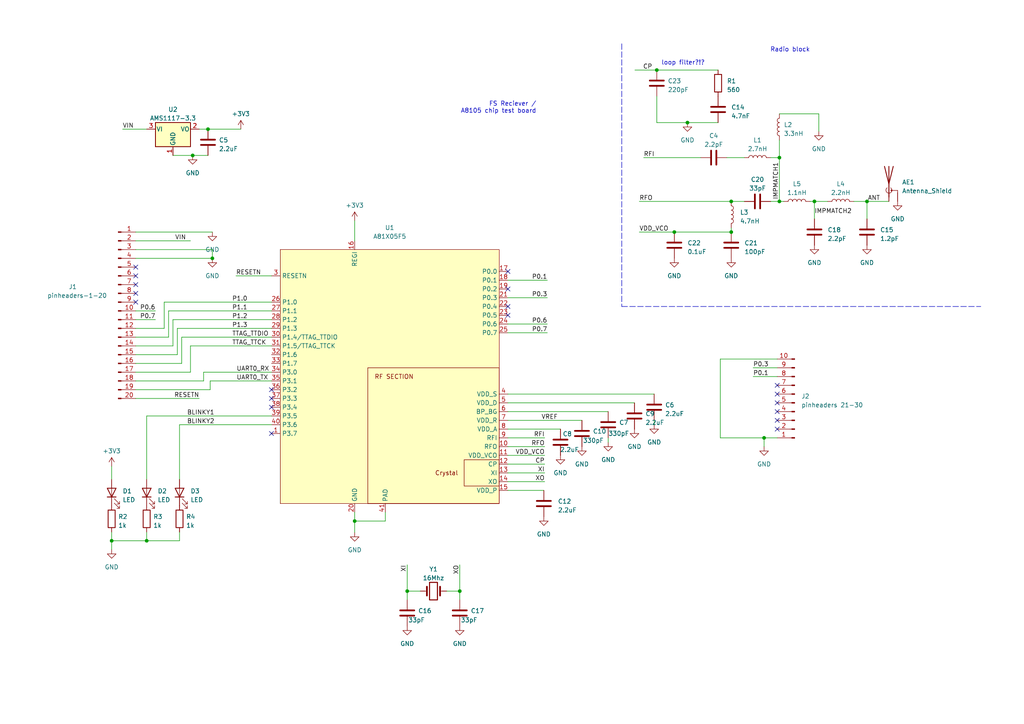
<source format=kicad_sch>
(kicad_sch (version 20210406) (generator eeschema)
  (paper "A4")
  (lib_symbols
    (symbol "Connector:Conn_01x10_Male" (pin_names (offset 1.016) hide)
      (property "Reference" "J" (at 0 12.7 0))
      (property "Value" "Conn_01x10_Male" (at 0 -15.24 0))
      (symbol "Conn_01x10_Male_1_1"
        (rectangle (start 0.8636 -12.573) (end 0 -12.827) (stroke (width 0.1524)) (fill (type outline)))
        (rectangle (start 0.8636 -10.033) (end 0 -10.287) (stroke (width 0.1524)) (fill (type outline)))
        (rectangle (start 0.8636 -7.493) (end 0 -7.747) (stroke (width 0.1524)) (fill (type outline)))
        (rectangle (start 0.8636 -4.953) (end 0 -5.207) (stroke (width 0.1524)) (fill (type outline)))
        (rectangle (start 0.8636 -2.413) (end 0 -2.667) (stroke (width 0.1524)) (fill (type outline)))
        (rectangle (start 0.8636 0.127) (end 0 -0.127) (stroke (width 0.1524)) (fill (type outline)))
        (rectangle (start 0.8636 2.667) (end 0 2.413) (stroke (width 0.1524)) (fill (type outline)))
        (rectangle (start 0.8636 5.207) (end 0 4.953) (stroke (width 0.1524)) (fill (type outline)))
        (rectangle (start 0.8636 7.747) (end 0 7.493) (stroke (width 0.1524)) (fill (type outline)))
        (rectangle (start 0.8636 10.287) (end 0 10.033) (stroke (width 0.1524)) (fill (type outline)))
        (polyline (pts (xy 1.27 -12.7) (xy 0.8636 -12.7)) (stroke (width 0.1524)))
        (polyline (pts (xy 1.27 -10.16) (xy 0.8636 -10.16)) (stroke (width 0.1524)))
        (polyline (pts (xy 1.27 -7.62) (xy 0.8636 -7.62)) (stroke (width 0.1524)))
        (polyline (pts (xy 1.27 -5.08) (xy 0.8636 -5.08)) (stroke (width 0.1524)))
        (polyline (pts (xy 1.27 -2.54) (xy 0.8636 -2.54)) (stroke (width 0.1524)))
        (polyline (pts (xy 1.27 0) (xy 0.8636 0)) (stroke (width 0.1524)))
        (polyline (pts (xy 1.27 2.54) (xy 0.8636 2.54)) (stroke (width 0.1524)))
        (polyline (pts (xy 1.27 5.08) (xy 0.8636 5.08)) (stroke (width 0.1524)))
        (polyline (pts (xy 1.27 7.62) (xy 0.8636 7.62)) (stroke (width 0.1524)))
        (polyline (pts (xy 1.27 10.16) (xy 0.8636 10.16)) (stroke (width 0.1524)))
        (pin passive line (at 5.08 10.16 180) (length 3.81) (name "Pin_1") (number "1"))
        (pin passive line (at 5.08 -12.7 180) (length 3.81) (name "Pin_10") (number "10"))
        (pin passive line (at 5.08 7.62 180) (length 3.81) (name "Pin_2") (number "2"))
        (pin passive line (at 5.08 5.08 180) (length 3.81) (name "Pin_3") (number "3"))
        (pin passive line (at 5.08 2.54 180) (length 3.81) (name "Pin_4") (number "4"))
        (pin passive line (at 5.08 0 180) (length 3.81) (name "Pin_5") (number "5"))
        (pin passive line (at 5.08 -2.54 180) (length 3.81) (name "Pin_6") (number "6"))
        (pin passive line (at 5.08 -5.08 180) (length 3.81) (name "Pin_7") (number "7"))
        (pin passive line (at 5.08 -7.62 180) (length 3.81) (name "Pin_8") (number "8"))
        (pin passive line (at 5.08 -10.16 180) (length 3.81) (name "Pin_9") (number "9"))
      )
    )
    (symbol "Connector:Conn_01x20_Male" (pin_names (offset 1.016) hide)
      (property "Reference" "J" (at 0 25.4 0))
      (property "Value" "Conn_01x20_Male" (at 0 -27.94 0))
      (symbol "Conn_01x20_Male_1_1"
        (rectangle (start 0.8636 -25.273) (end 0 -25.527) (stroke (width 0.1524)) (fill (type outline)))
        (rectangle (start 0.8636 -22.733) (end 0 -22.987) (stroke (width 0.1524)) (fill (type outline)))
        (rectangle (start 0.8636 -20.193) (end 0 -20.447) (stroke (width 0.1524)) (fill (type outline)))
        (rectangle (start 0.8636 -17.653) (end 0 -17.907) (stroke (width 0.1524)) (fill (type outline)))
        (rectangle (start 0.8636 -15.113) (end 0 -15.367) (stroke (width 0.1524)) (fill (type outline)))
        (rectangle (start 0.8636 -12.573) (end 0 -12.827) (stroke (width 0.1524)) (fill (type outline)))
        (rectangle (start 0.8636 -10.033) (end 0 -10.287) (stroke (width 0.1524)) (fill (type outline)))
        (rectangle (start 0.8636 -7.493) (end 0 -7.747) (stroke (width 0.1524)) (fill (type outline)))
        (rectangle (start 0.8636 -4.953) (end 0 -5.207) (stroke (width 0.1524)) (fill (type outline)))
        (rectangle (start 0.8636 -2.413) (end 0 -2.667) (stroke (width 0.1524)) (fill (type outline)))
        (rectangle (start 0.8636 0.127) (end 0 -0.127) (stroke (width 0.1524)) (fill (type outline)))
        (rectangle (start 0.8636 2.667) (end 0 2.413) (stroke (width 0.1524)) (fill (type outline)))
        (rectangle (start 0.8636 5.207) (end 0 4.953) (stroke (width 0.1524)) (fill (type outline)))
        (rectangle (start 0.8636 7.747) (end 0 7.493) (stroke (width 0.1524)) (fill (type outline)))
        (rectangle (start 0.8636 10.287) (end 0 10.033) (stroke (width 0.1524)) (fill (type outline)))
        (rectangle (start 0.8636 12.827) (end 0 12.573) (stroke (width 0.1524)) (fill (type outline)))
        (rectangle (start 0.8636 15.367) (end 0 15.113) (stroke (width 0.1524)) (fill (type outline)))
        (rectangle (start 0.8636 17.907) (end 0 17.653) (stroke (width 0.1524)) (fill (type outline)))
        (rectangle (start 0.8636 20.447) (end 0 20.193) (stroke (width 0.1524)) (fill (type outline)))
        (rectangle (start 0.8636 22.987) (end 0 22.733) (stroke (width 0.1524)) (fill (type outline)))
        (polyline (pts (xy 1.27 -25.4) (xy 0.8636 -25.4)) (stroke (width 0.1524)))
        (polyline (pts (xy 1.27 -22.86) (xy 0.8636 -22.86)) (stroke (width 0.1524)))
        (polyline (pts (xy 1.27 -20.32) (xy 0.8636 -20.32)) (stroke (width 0.1524)))
        (polyline (pts (xy 1.27 -17.78) (xy 0.8636 -17.78)) (stroke (width 0.1524)))
        (polyline (pts (xy 1.27 -15.24) (xy 0.8636 -15.24)) (stroke (width 0.1524)))
        (polyline (pts (xy 1.27 -12.7) (xy 0.8636 -12.7)) (stroke (width 0.1524)))
        (polyline (pts (xy 1.27 -10.16) (xy 0.8636 -10.16)) (stroke (width 0.1524)))
        (polyline (pts (xy 1.27 -7.62) (xy 0.8636 -7.62)) (stroke (width 0.1524)))
        (polyline (pts (xy 1.27 -5.08) (xy 0.8636 -5.08)) (stroke (width 0.1524)))
        (polyline (pts (xy 1.27 -2.54) (xy 0.8636 -2.54)) (stroke (width 0.1524)))
        (polyline (pts (xy 1.27 0) (xy 0.8636 0)) (stroke (width 0.1524)))
        (polyline (pts (xy 1.27 2.54) (xy 0.8636 2.54)) (stroke (width 0.1524)))
        (polyline (pts (xy 1.27 5.08) (xy 0.8636 5.08)) (stroke (width 0.1524)))
        (polyline (pts (xy 1.27 7.62) (xy 0.8636 7.62)) (stroke (width 0.1524)))
        (polyline (pts (xy 1.27 10.16) (xy 0.8636 10.16)) (stroke (width 0.1524)))
        (polyline (pts (xy 1.27 12.7) (xy 0.8636 12.7)) (stroke (width 0.1524)))
        (polyline (pts (xy 1.27 15.24) (xy 0.8636 15.24)) (stroke (width 0.1524)))
        (polyline (pts (xy 1.27 17.78) (xy 0.8636 17.78)) (stroke (width 0.1524)))
        (polyline (pts (xy 1.27 20.32) (xy 0.8636 20.32)) (stroke (width 0.1524)))
        (polyline (pts (xy 1.27 22.86) (xy 0.8636 22.86)) (stroke (width 0.1524)))
        (pin passive line (at 5.08 22.86 180) (length 3.81) (name "Pin_1") (number "1"))
        (pin passive line (at 5.08 0 180) (length 3.81) (name "Pin_10") (number "10"))
        (pin passive line (at 5.08 -2.54 180) (length 3.81) (name "Pin_11") (number "11"))
        (pin passive line (at 5.08 -5.08 180) (length 3.81) (name "Pin_12") (number "12"))
        (pin passive line (at 5.08 -7.62 180) (length 3.81) (name "Pin_13") (number "13"))
        (pin passive line (at 5.08 -10.16 180) (length 3.81) (name "Pin_14") (number "14"))
        (pin passive line (at 5.08 -12.7 180) (length 3.81) (name "Pin_15") (number "15"))
        (pin passive line (at 5.08 -15.24 180) (length 3.81) (name "Pin_16") (number "16"))
        (pin passive line (at 5.08 -17.78 180) (length 3.81) (name "Pin_17") (number "17"))
        (pin passive line (at 5.08 -20.32 180) (length 3.81) (name "Pin_18") (number "18"))
        (pin passive line (at 5.08 -22.86 180) (length 3.81) (name "Pin_19") (number "19"))
        (pin passive line (at 5.08 20.32 180) (length 3.81) (name "Pin_2") (number "2"))
        (pin passive line (at 5.08 -25.4 180) (length 3.81) (name "Pin_20") (number "20"))
        (pin passive line (at 5.08 17.78 180) (length 3.81) (name "Pin_3") (number "3"))
        (pin passive line (at 5.08 15.24 180) (length 3.81) (name "Pin_4") (number "4"))
        (pin passive line (at 5.08 12.7 180) (length 3.81) (name "Pin_5") (number "5"))
        (pin passive line (at 5.08 10.16 180) (length 3.81) (name "Pin_6") (number "6"))
        (pin passive line (at 5.08 7.62 180) (length 3.81) (name "Pin_7") (number "7"))
        (pin passive line (at 5.08 5.08 180) (length 3.81) (name "Pin_8") (number "8"))
        (pin passive line (at 5.08 2.54 180) (length 3.81) (name "Pin_9") (number "9"))
      )
    )
    (symbol "Device:Antenna_Shield" (pin_numbers hide) (pin_names (offset 1.016) hide)
      (property "Reference" "AE" (at -1.905 4.445 0))
      (property "Value" "Antenna_Shield" (at -1.905 2.54 0))
      (symbol "Antenna_Shield_0_1"
        (arc (start 0 -2.667) (end -0.508 -1.143) (radius (at -0.0254 -1.8542) (length 0.8128) (angles -88.2 124.2)))
        (arc (start 0 -2.667) (end 0.508 -1.143) (radius (at 0.0254 -1.8542) (length 0.8128) (angles -91.8 55.8)))
        (circle (center 0.762 -1.905) (radius 0.1778) (fill (type outline)))
        (polyline (pts (xy 0 -2.54) (xy 0 0)))
        (polyline (pts (xy 0 5.08) (xy 0 -3.81)) (stroke (width 0.254)))
        (polyline (pts (xy 0.762 -1.905) (xy 2.54 -1.905)))
        (polyline (pts (xy 2.54 -2.54) (xy 2.54 -1.905)))
        (polyline (pts (xy 1.27 5.08) (xy 0 0) (xy -1.27 5.08)) (stroke (width 0.254)))
      )
      (symbol "Antenna_Shield_1_1"
        (pin input line (at 0 -5.08 90) (length 2.54) (name "A") (number "1"))
        (pin input line (at 2.54 -5.08 90) (length 2.54) (name "Shield") (number "2"))
      )
    )
    (symbol "Device:C" (pin_numbers hide) (pin_names (offset 0.254))
      (property "Reference" "C" (at 0.635 2.54 0))
      (property "Value" "C" (at 0.635 -2.54 0))
      (symbol "C_0_1"
        (polyline (pts (xy -2.032 -0.762) (xy 2.032 -0.762)) (stroke (width 0.508)))
        (polyline (pts (xy -2.032 0.762) (xy 2.032 0.762)) (stroke (width 0.508)))
      )
      (symbol "C_1_1"
        (pin passive line (at 0 3.81 270) (length 2.794) (name "~") (number "1"))
        (pin passive line (at 0 -3.81 90) (length 2.794) (name "~") (number "2"))
      )
    )
    (symbol "Device:Crystal" (pin_numbers hide) (pin_names (offset 1.016) hide)
      (property "Reference" "Y" (at 0 3.81 0))
      (property "Value" "Crystal" (at 0 -3.81 0))
      (symbol "Crystal_0_1"
        (rectangle (start -1.143 2.54) (end 1.143 -2.54) (stroke (width 0.3048)))
        (polyline (pts (xy -2.54 0) (xy -1.905 0)))
        (polyline (pts (xy -1.905 -1.27) (xy -1.905 1.27)) (stroke (width 0.508)))
        (polyline (pts (xy 1.905 -1.27) (xy 1.905 1.27)) (stroke (width 0.508)))
        (polyline (pts (xy 2.54 0) (xy 1.905 0)))
      )
      (symbol "Crystal_1_1"
        (pin passive line (at -3.81 0 0) (length 1.27) (name "1") (number "1"))
        (pin passive line (at 3.81 0 180) (length 1.27) (name "2") (number "2"))
      )
    )
    (symbol "Device:L" (pin_numbers hide) (pin_names (offset 1.016) hide)
      (property "Reference" "L" (at -1.27 0 90))
      (property "Value" "L" (at 1.905 0 90))
      (symbol "L_0_1"
        (arc (start 0 -2.54) (end 0 -1.27) (radius (at 0 -1.905) (length 0.635) (angles -89.9 89.9)))
        (arc (start 0 -1.27) (end 0 0) (radius (at 0 -0.635) (length 0.635) (angles -89.9 89.9)))
        (arc (start 0 0) (end 0 1.27) (radius (at 0 0.635) (length 0.635) (angles -89.9 89.9)))
        (arc (start 0 1.27) (end 0 2.54) (radius (at 0 1.905) (length 0.635) (angles -89.9 89.9)))
      )
      (symbol "L_1_1"
        (pin passive line (at 0 3.81 270) (length 1.27) (name "1") (number "1"))
        (pin passive line (at 0 -3.81 90) (length 1.27) (name "2") (number "2"))
      )
    )
    (symbol "Device:LED" (pin_numbers hide) (pin_names (offset 1.016) hide)
      (property "Reference" "D" (at 0 2.54 0))
      (property "Value" "LED" (at 0 -2.54 0))
      (symbol "LED_0_1"
        (polyline (pts (xy -1.27 -1.27) (xy -1.27 1.27)) (stroke (width 0.254)))
        (polyline (pts (xy -1.27 0) (xy 1.27 0)))
        (polyline (pts (xy 1.27 -1.27) (xy 1.27 1.27) (xy -1.27 0) (xy 1.27 -1.27)) (stroke (width 0.254)))
        (polyline (pts (xy -3.048 -0.762) (xy -4.572 -2.286) (xy -3.81 -2.286) (xy -4.572 -2.286) (xy -4.572 -1.524)))
        (polyline (pts (xy -1.778 -0.762) (xy -3.302 -2.286) (xy -2.54 -2.286) (xy -3.302 -2.286) (xy -3.302 -1.524)))
      )
      (symbol "LED_1_1"
        (pin passive line (at -3.81 0 0) (length 2.54) (name "K") (number "1"))
        (pin passive line (at 3.81 0 180) (length 2.54) (name "A") (number "2"))
      )
    )
    (symbol "Device:R" (pin_numbers hide) (pin_names (offset 0))
      (property "Reference" "R" (at 2.032 0 90))
      (property "Value" "R" (at 0 0 90))
      (symbol "R_0_1"
        (rectangle (start -1.016 -2.54) (end 1.016 2.54) (stroke (width 0.254)))
      )
      (symbol "R_1_1"
        (pin passive line (at 0 3.81 270) (length 1.27) (name "~") (number "1"))
        (pin passive line (at 0 -3.81 90) (length 1.27) (name "~") (number "2"))
      )
    )
    (symbol "Regulator_Linear:AMS1117-3.3" (pin_names (offset 0.254))
      (property "Reference" "U" (at -3.81 3.175 0))
      (property "Value" "AMS1117-3.3" (at 0 3.175 0))
      (symbol "AMS1117-3.3_0_1"
        (rectangle (start -5.08 -5.08) (end 5.08 1.905) (stroke (width 0.254)) (fill (type background)))
      )
      (symbol "AMS1117-3.3_1_1"
        (pin power_in line (at 0 -7.62 90) (length 2.54) (name "GND") (number "1"))
        (pin power_out line (at 7.62 0 180) (length 2.54) (name "VO") (number "2"))
        (pin power_in line (at -7.62 0 0) (length 2.54) (name "VI") (number "3"))
      )
    )
    (symbol "fs_a8105:A81X05F5"
      (property "Reference" "U" (at 0 0 0))
      (property "Value" "A81X05F5" (at 0 2.54 0))
      (symbol "A81X05F5_0_0"
        (text "Crystal" (at 26.67 -30.48 0) (effects (font (size 1.27 1.27))))
        (text "RF SECTION" (at 11.43 -2.54 0) (effects (font (size 1.27 1.27))))
        (rectangle (start 3.81 0) (end 41.91 -39.37) (stroke (width 0.1524)))
        (rectangle (start 41.91 -26.67) (end 31.75 -34.29) (stroke (width 0.1524)))
        (pin output line (at 44.45 -22.86 180) (length 2.54) (name "RFO") (number "10"))
        (pin power_in line (at 44.45 -25.4 180) (length 2.54) (name "VDD_VCO") (number "11"))
        (pin passive line (at 44.45 -27.94 180) (length 2.54) (name "CP") (number "12"))
        (pin passive line (at 44.45 -30.48 180) (length 2.54) (name "XI") (number "13"))
        (pin passive line (at 44.45 -33.02 180) (length 2.54) (name "XO") (number "14"))
        (pin passive line (at 44.45 -35.56 180) (length 2.54) (name "VDD_P") (number "15"))
        (pin power_in line (at 0 36.83 270) (length 2.54) (name "REGI") (number "16"))
        (pin bidirectional line (at 44.45 27.94 180) (length 2.54) (name "P0.0") (number "17"))
        (pin bidirectional line (at 44.45 25.4 180) (length 2.54) (name "P0.1") (number "18"))
        (pin bidirectional line (at 44.45 22.86 180) (length 2.54) (name "P0.2") (number "19"))
        (pin power_in line (at 0 -41.91 90) (length 2.54) (name "GND") (number "20"))
        (pin bidirectional line (at 44.45 20.32 180) (length 2.54) (name "P0.3") (number "21"))
        (pin bidirectional line (at 44.45 17.78 180) (length 2.54) (name "P0.4") (number "22"))
        (pin bidirectional line (at 44.45 15.24 180) (length 2.54) (name "P0.5") (number "23"))
        (pin bidirectional line (at 44.45 12.7 180) (length 2.54) (name "P0.6") (number "24"))
        (pin bidirectional line (at 44.45 10.16 180) (length 2.54) (name "P0.7") (number "25"))
        (pin bidirectional line (at -24.13 19.05 0) (length 2.54) (name "P1.0") (number "26"))
        (pin bidirectional line (at -24.13 16.51 0) (length 2.54) (name "P1.1") (number "27"))
        (pin bidirectional line (at -24.13 13.97 0) (length 2.54) (name "P1.2") (number "28"))
        (pin bidirectional line (at -24.13 11.43 0) (length 2.54) (name "P1.3") (number "29"))
        (pin bidirectional line (at -24.13 8.89 0) (length 2.54) (name "P1.4/TTAG_TTDIO") (number "30"))
        (pin bidirectional line (at -24.13 6.35 0) (length 2.54) (name "P1.5/TTAG_TTCK") (number "31"))
        (pin bidirectional line (at -24.13 3.81 0) (length 2.54) (name "P1.6") (number "32"))
        (pin bidirectional line (at -24.13 1.27 0) (length 2.54) (name "P1.7") (number "33"))
        (pin bidirectional line (at -24.13 -1.27 0) (length 2.54) (name "P3.0") (number "34"))
        (pin bidirectional line (at -24.13 -3.81 0) (length 2.54) (name "P3.1") (number "35"))
        (pin bidirectional line (at -24.13 -6.35 0) (length 2.54) (name "P3.2") (number "36"))
        (pin bidirectional line (at -24.13 -8.89 0) (length 2.54) (name "P3.3") (number "37"))
        (pin bidirectional line (at -24.13 -11.43 0) (length 2.54) (name "P3.4") (number "38"))
        (pin bidirectional line (at -24.13 -13.97 0) (length 2.54) (name "P3.5") (number "39"))
        (pin bidirectional line (at -24.13 -16.51 0) (length 2.54) (name "P3.6") (number "40"))
        (pin power_in line (at 8.89 -41.91 90) (length 2.54) (name "PAD") (number "41"))
        (pin passive line (at 44.45 -17.78 180) (length 2.54) (name "VDD_A") (number "8"))
        (pin input line (at 44.45 -20.32 180) (length 2.54) (name "RFI") (number "9"))
      )
      (symbol "A81X05F5_0_1"
        (rectangle (start -21.59 34.29) (end 41.91 -39.37) (stroke (width 0.1524)) (fill (type background)))
      )
      (symbol "A81X05F5_1_1"
        (pin bidirectional line (at -24.13 -19.05 0) (length 2.54) (name "P3.7") (number "1"))
        (pin no_connect line (at -24.13 29.21 0) (length 2.54) hide (name "NC") (number "2"))
        (pin input line (at -24.13 26.67 0) (length 2.54) (name "RESETN") (number "3"))
        (pin input line (at 44.45 -7.62 180) (length 2.54) (name "VDD_S") (number "4"))
        (pin passive line (at 44.45 -10.16 180) (length 2.54) (name "VDD_D") (number "5"))
        (pin passive line (at 44.45 -12.7 180) (length 2.54) (name "BP_BG") (number "6"))
        (pin passive line (at 44.45 -15.24 180) (length 2.54) (name "VDD_R") (number "7"))
      )
    )
    (symbol "power:+3.3V" (power) (pin_names (offset 0))
      (property "Value" "+3.3V" (at 0 3.556 0))
      (symbol "+3.3V_0_1"
        (polyline (pts (xy -0.762 1.27) (xy 0 2.54)))
        (polyline (pts (xy 0 0) (xy 0 2.54)))
        (polyline (pts (xy 0 2.54) (xy 0.762 1.27)))
      )
      (symbol "+3.3V_1_1"
        (pin power_in line (at 0 0 90) (length 0) hide (name "+3V3") (number "1"))
      )
    )
    (symbol "power:GND" (power) (pin_names (offset 0))
      (property "Value" "GND" (at 0 -3.81 0))
      (symbol "GND_0_1"
        (polyline (pts (xy 0 0) (xy 0 -1.27) (xy 1.27 -1.27) (xy 0 -2.54) (xy -1.27 -1.27) (xy 0 -1.27)))
      )
      (symbol "GND_1_1"
        (pin power_in line (at 0 0 270) (length 0) hide (name "GND") (number "1"))
      )
    )
  )
  (junction (at 32.385 156.845) (diameter 0.9144))
  (junction (at 42.545 156.845) (diameter 0.9144))
  (junction (at 55.88 45.085) (diameter 0.9144))
  (junction (at 60.325 37.465) (diameter 0.9144))
  (junction (at 61.595 74.93) (diameter 0.9144))
  (junction (at 102.87 151.13) (diameter 0.9144))
  (junction (at 118.11 171.45) (diameter 0.9144))
  (junction (at 133.35 171.45) (diameter 0.9144))
  (junction (at 190.5 20.32) (diameter 0.9144))
  (junction (at 195.58 67.31) (diameter 0.9144))
  (junction (at 199.39 35.56) (diameter 0.9144))
  (junction (at 212.09 58.42) (diameter 0.9144))
  (junction (at 212.09 67.31) (diameter 0.9144))
  (junction (at 221.615 127) (diameter 0.9144))
  (junction (at 226.06 45.72) (diameter 0.9144))
  (junction (at 226.06 58.42) (diameter 0.9144))
  (junction (at 236.22 58.42) (diameter 0.9144))
  (junction (at 251.46 58.42) (diameter 0.9144))
  (no_connect (at 39.37 77.47))
  (no_connect (at 39.37 80.01))
  (no_connect (at 39.37 82.55))
  (no_connect (at 39.37 85.09))
  (no_connect (at 39.37 87.63))
  (no_connect (at 78.74 113.03))
  (no_connect (at 78.74 115.57))
  (no_connect (at 78.74 118.11))
  (no_connect (at 78.74 125.73))
  (no_connect (at 147.32 78.74))
  (no_connect (at 147.32 83.82))
  (no_connect (at 147.32 88.9))
  (no_connect (at 147.32 91.44))
  (no_connect (at 225.425 111.76))
  (no_connect (at 225.425 114.3))
  (no_connect (at 225.425 116.84))
  (no_connect (at 225.425 119.38))
  (no_connect (at 225.425 121.92))
  (no_connect (at 225.425 124.46))
  (wire (pts (xy 32.385 135.255) (xy 32.385 139.065)))
  (wire (pts (xy 32.385 154.305) (xy 32.385 156.845)))
  (wire (pts (xy 32.385 156.845) (xy 32.385 159.385)))
  (wire (pts (xy 35.56 37.465) (xy 42.545 37.465)))
  (wire (pts (xy 39.37 67.31) (xy 61.595 67.31)))
  (wire (pts (xy 39.37 69.85) (xy 55.245 69.85)))
  (wire (pts (xy 39.37 72.39) (xy 61.595 72.39)))
  (wire (pts (xy 39.37 74.93) (xy 61.595 74.93)))
  (wire (pts (xy 39.37 90.17) (xy 45.085 90.17)))
  (wire (pts (xy 39.37 92.71) (xy 45.085 92.71)))
  (wire (pts (xy 39.37 95.25) (xy 47.625 95.25)))
  (wire (pts (xy 39.37 100.33) (xy 50.165 100.33)))
  (wire (pts (xy 39.37 105.41) (xy 52.705 105.41)))
  (wire (pts (xy 39.37 107.95) (xy 55.245 107.95)))
  (wire (pts (xy 39.37 110.49) (xy 59.055 110.49)))
  (wire (pts (xy 39.37 115.57) (xy 57.785 115.57)))
  (wire (pts (xy 42.545 120.65) (xy 42.545 139.065)))
  (wire (pts (xy 42.545 154.305) (xy 42.545 156.845)))
  (wire (pts (xy 42.545 156.845) (xy 32.385 156.845)))
  (wire (pts (xy 47.625 87.63) (xy 78.74 87.63)))
  (wire (pts (xy 47.625 95.25) (xy 47.625 87.63)))
  (wire (pts (xy 48.895 90.17) (xy 48.895 97.79)))
  (wire (pts (xy 48.895 90.17) (xy 78.74 90.17)))
  (wire (pts (xy 48.895 97.79) (xy 39.37 97.79)))
  (wire (pts (xy 50.165 45.085) (xy 55.88 45.085)))
  (wire (pts (xy 50.165 92.71) (xy 78.74 92.71)))
  (wire (pts (xy 50.165 100.33) (xy 50.165 92.71)))
  (wire (pts (xy 51.435 95.25) (xy 51.435 102.87)))
  (wire (pts (xy 51.435 95.25) (xy 78.74 95.25)))
  (wire (pts (xy 51.435 102.87) (xy 39.37 102.87)))
  (wire (pts (xy 52.07 123.19) (xy 78.74 123.19)))
  (wire (pts (xy 52.07 139.065) (xy 52.07 123.19)))
  (wire (pts (xy 52.07 154.305) (xy 52.07 156.845)))
  (wire (pts (xy 52.07 156.845) (xy 42.545 156.845)))
  (wire (pts (xy 52.705 97.79) (xy 78.74 97.79)))
  (wire (pts (xy 52.705 105.41) (xy 52.705 97.79)))
  (wire (pts (xy 55.245 100.33) (xy 78.74 100.33)))
  (wire (pts (xy 55.245 107.95) (xy 55.245 100.33)))
  (wire (pts (xy 55.88 45.085) (xy 60.325 45.085)))
  (wire (pts (xy 57.785 37.465) (xy 60.325 37.465)))
  (wire (pts (xy 59.055 107.95) (xy 78.74 107.95)))
  (wire (pts (xy 59.055 110.49) (xy 59.055 107.95)))
  (wire (pts (xy 60.325 37.465) (xy 69.85 37.465)))
  (wire (pts (xy 60.96 110.49) (xy 60.96 113.03)))
  (wire (pts (xy 60.96 110.49) (xy 78.74 110.49)))
  (wire (pts (xy 60.96 113.03) (xy 39.37 113.03)))
  (wire (pts (xy 61.595 72.39) (xy 61.595 74.93)))
  (wire (pts (xy 68.453 80.01) (xy 78.74 80.01)))
  (wire (pts (xy 78.74 120.65) (xy 42.545 120.65)))
  (wire (pts (xy 102.87 64.008) (xy 102.87 69.85)))
  (wire (pts (xy 102.87 148.59) (xy 102.87 151.13)))
  (wire (pts (xy 102.87 151.13) (xy 102.87 154.432)))
  (wire (pts (xy 111.76 148.59) (xy 111.76 151.13)))
  (wire (pts (xy 111.76 151.13) (xy 102.87 151.13)))
  (wire (pts (xy 118.11 163.83) (xy 118.11 171.45)))
  (wire (pts (xy 118.11 171.45) (xy 118.11 173.99)))
  (wire (pts (xy 121.92 171.45) (xy 118.11 171.45)))
  (wire (pts (xy 129.54 171.45) (xy 133.35 171.45)))
  (wire (pts (xy 133.35 163.83) (xy 133.35 171.45)))
  (wire (pts (xy 133.35 171.45) (xy 133.35 173.99)))
  (wire (pts (xy 147.32 81.28) (xy 158.75 81.28)))
  (wire (pts (xy 147.32 86.36) (xy 158.75 86.36)))
  (wire (pts (xy 147.32 93.98) (xy 158.75 93.98)))
  (wire (pts (xy 147.32 96.52) (xy 158.75 96.52)))
  (wire (pts (xy 147.32 114.3) (xy 189.738 114.3)))
  (wire (pts (xy 147.32 116.84) (xy 184.023 116.84)))
  (wire (pts (xy 147.32 119.38) (xy 176.403 119.38)))
  (wire (pts (xy 147.32 121.92) (xy 168.783 121.92)))
  (wire (pts (xy 147.32 124.46) (xy 162.56 124.46)))
  (wire (pts (xy 147.32 127) (xy 157.988 127)))
  (wire (pts (xy 147.32 129.54) (xy 157.988 129.54)))
  (wire (pts (xy 147.32 132.08) (xy 157.988 132.08)))
  (wire (pts (xy 147.32 134.62) (xy 157.988 134.62)))
  (wire (pts (xy 147.32 137.16) (xy 157.988 137.16)))
  (wire (pts (xy 147.32 139.7) (xy 157.988 139.7)))
  (wire (pts (xy 147.32 142.24) (xy 157.734 142.24)))
  (wire (pts (xy 176.403 127) (xy 176.403 128.27)))
  (wire (pts (xy 184.15 20.32) (xy 190.5 20.32)))
  (wire (pts (xy 185.42 58.42) (xy 212.09 58.42)))
  (wire (pts (xy 185.42 67.31) (xy 195.58 67.31)))
  (wire (pts (xy 186.69 45.72) (xy 203.2 45.72)))
  (wire (pts (xy 189.738 121.92) (xy 189.738 123.19)))
  (wire (pts (xy 190.5 20.32) (xy 208.28 20.32)))
  (wire (pts (xy 190.5 27.94) (xy 190.5 35.56)))
  (wire (pts (xy 190.5 35.56) (xy 199.39 35.56)))
  (wire (pts (xy 195.58 67.31) (xy 212.09 67.31)))
  (wire (pts (xy 199.39 35.56) (xy 208.28 35.56)))
  (wire (pts (xy 208.915 104.14) (xy 208.915 127)))
  (wire (pts (xy 208.915 127) (xy 221.615 127)))
  (wire (pts (xy 210.82 45.72) (xy 215.9 45.72)))
  (wire (pts (xy 212.09 58.42) (xy 215.9 58.42)))
  (wire (pts (xy 212.09 67.31) (xy 212.09 66.04)))
  (wire (pts (xy 218.44 106.68) (xy 225.425 106.68)))
  (wire (pts (xy 218.44 109.22) (xy 225.425 109.22)))
  (wire (pts (xy 221.615 127) (xy 221.615 129.54)))
  (wire (pts (xy 223.52 45.72) (xy 226.06 45.72)))
  (wire (pts (xy 223.52 58.42) (xy 226.06 58.42)))
  (wire (pts (xy 225.425 104.14) (xy 208.915 104.14)))
  (wire (pts (xy 225.425 127) (xy 221.615 127)))
  (wire (pts (xy 226.06 33.02) (xy 237.49 33.02)))
  (wire (pts (xy 226.06 40.64) (xy 226.06 45.72)))
  (wire (pts (xy 226.06 45.72) (xy 226.06 58.42)))
  (wire (pts (xy 226.06 58.42) (xy 227.33 58.42)))
  (wire (pts (xy 234.95 58.42) (xy 236.22 58.42)))
  (wire (pts (xy 236.22 58.42) (xy 236.22 63.5)))
  (wire (pts (xy 236.22 58.42) (xy 240.03 58.42)))
  (wire (pts (xy 237.49 33.02) (xy 237.49 38.1)))
  (wire (pts (xy 247.65 58.42) (xy 251.46 58.42)))
  (wire (pts (xy 251.46 58.42) (xy 251.46 63.5)))
  (wire (pts (xy 251.46 58.42) (xy 257.81 58.42)))
  (polyline (pts (xy 180.34 12.7) (xy 180.34 88.9)) (stroke (width 0) (type dash)))
  (polyline (pts (xy 180.34 88.9) (xy 284.48 88.9)) (stroke (width 0) (type dash)))
  (text "FS Reciever /\nA8105 chip test board" (at 155.575 33.02 180) (effects (font (size 1.27 1.27)) (justify right bottom)))
  (text "loop filter?!?" (at 204.47 19.05 180) (effects (font (size 1.27 1.27)) (justify right bottom)))
  (text "Radio block" (at 234.95 15.24 180) (effects (font (size 1.27 1.27)) (justify right bottom)))
  (label "VIN" (at 35.56 37.465 0))
  (label "P0.6" (at 45.085 90.17 180))
  (label "P0.7" (at 45.085 92.71 180))
  (label "VIN" (at 53.975 69.85 180))
  (label "RESETN" (at 57.785 115.57 180))
  (label "BLINKY1" (at 62.23 120.65 180))
  (label "BLINKY2" (at 62.23 123.19 180))
  (label "P1.0" (at 67.31 87.63 0))
  (label "P1.1" (at 67.31 90.17 0))
  (label "P1.2" (at 67.31 92.71 0))
  (label "P1.3" (at 67.31 95.25 0))
  (label "TTAG_TTDIO" (at 67.31 97.79 0))
  (label "TTAG_TTCK" (at 67.31 100.33 0))
  (label "RESETN" (at 68.453 80.01 0))
  (label "UART0_RX" (at 68.58 107.95 0))
  (label "UART0_TX" (at 68.58 110.49 0))
  (label "XI" (at 118.11 163.83 270))
  (label "XO" (at 133.35 163.83 270))
  (label "RFI" (at 157.988 127 180))
  (label "RFO" (at 157.988 129.54 180))
  (label "VDD_VCO" (at 157.988 132.08 180))
  (label "CP" (at 157.988 134.62 180))
  (label "XI" (at 157.988 137.16 180))
  (label "XO" (at 157.988 139.7 180))
  (label "P0.1" (at 158.75 81.28 180))
  (label "P0.3" (at 158.75 86.36 180))
  (label "P0.6" (at 158.75 93.98 180))
  (label "P0.7" (at 158.75 96.52 180))
  (label "VREF" (at 161.798 121.92 180))
  (label "RFO" (at 185.42 58.42 0))
  (label "VDD_VCO" (at 185.42 67.31 0))
  (label "RFI" (at 186.69 45.72 0))
  (label "CP" (at 189.23 20.32 180))
  (label "P0.3" (at 218.44 106.68 0))
  (label "P0.1" (at 218.44 109.22 0))
  (label "IMPMATCH1" (at 226.06 46.99 270))
  (label "IMPMATCH2" (at 236.22 62.23 0))
  (label "ANT" (at 255.27 58.42 180))
  (symbol (lib_id "power:+3.3V") (at 32.385 135.255 0) (unit 1)
    (property "Reference" "#PWR015" (effects hide))
    (property "Value" "+3.3V" (at 32.385 130.81 0))
  )
  (symbol (lib_id "power:+3.3V") (at 69.85 37.465 0) (unit 1)
    (property "Reference" "#PWR0103" (effects hide))
    (property "Value" "+3.3V" (at 69.85 33.02 0))
  )
  (symbol (lib_id "power:+3.3V") (at 102.87 64.008 0) (unit 1)
    (property "Reference" "#PWR0105" (effects hide))
    (property "Value" "+3.3V" (at 102.87 59.563 0))
  )
  (symbol (lib_id "power:GND") (at 32.385 159.385 0) (unit 1)
    (property "Reference" "#PWR016" (effects hide))
    (property "Value" "GND" (at 32.385 164.465 0))
  )
  (symbol (lib_id "power:GND") (at 55.88 45.085 0) (unit 1)
    (property "Reference" "#PWR0104" (effects hide))
    (property "Value" "GND" (at 55.88 50.165 0))
  )
  (symbol (lib_id "power:GND") (at 61.595 67.31 0) (unit 1)
    (property "Reference" "#PWR0101" (effects hide))
    (property "Value" "GND" (at 61.595 72.39 0))
  )
  (symbol (lib_id "power:GND") (at 61.595 74.93 0) (unit 1)
    (property "Reference" "#PWR0106" (effects hide))
    (property "Value" "GND" (at 61.595 80.01 0))
  )
  (symbol (lib_id "power:GND") (at 102.87 154.432 0) (unit 1)
    (property "Reference" "#PWR0102" (effects hide))
    (property "Value" "GND" (at 102.87 159.512 0))
  )
  (symbol (lib_id "power:GND") (at 118.11 181.61 0) (unit 1)
    (property "Reference" "#PWR013" (effects hide))
    (property "Value" "GND" (at 118.11 186.69 0))
  )
  (symbol (lib_id "power:GND") (at 133.35 181.61 0) (unit 1)
    (property "Reference" "#PWR014" (effects hide))
    (property "Value" "GND" (at 133.35 186.69 0))
  )
  (symbol (lib_id "power:GND") (at 157.734 149.86 0) (unit 1)
    (property "Reference" "#PWR03" (effects hide))
    (property "Value" "GND" (at 157.734 154.94 0))
  )
  (symbol (lib_id "power:GND") (at 162.56 132.08 0) (unit 1)
    (property "Reference" "#PWR04" (effects hide))
    (property "Value" "GND" (at 162.56 137.16 0))
  )
  (symbol (lib_id "power:GND") (at 168.783 129.54 0) (unit 1)
    (property "Reference" "#PWR05" (effects hide))
    (property "Value" "GND" (at 168.783 134.62 0))
  )
  (symbol (lib_id "power:GND") (at 176.403 128.27 0) (unit 1)
    (property "Reference" "#PWR06" (effects hide))
    (property "Value" "GND" (at 176.403 133.35 0))
  )
  (symbol (lib_id "power:GND") (at 184.023 124.46 0) (unit 1)
    (property "Reference" "#PWR01" (effects hide))
    (property "Value" "GND" (at 184.023 129.54 0))
  )
  (symbol (lib_id "power:GND") (at 189.738 123.19 0) (unit 1)
    (property "Reference" "#PWR02" (effects hide))
    (property "Value" "GND" (at 189.738 128.27 0))
  )
  (symbol (lib_id "power:GND") (at 195.58 74.93 0) (unit 1)
    (property "Reference" "#PWR07" (effects hide))
    (property "Value" "GND" (at 195.58 80.01 0))
  )
  (symbol (lib_id "power:GND") (at 199.39 35.56 0) (unit 1)
    (property "Reference" "#PWR08" (effects hide))
    (property "Value" "GND" (at 199.39 40.64 0))
  )
  (symbol (lib_id "power:GND") (at 212.09 74.93 0) (unit 1)
    (property "Reference" "#PWR09" (effects hide))
    (property "Value" "GND" (at 212.09 80.01 0))
  )
  (symbol (lib_id "power:GND") (at 221.615 129.54 0) (unit 1)
    (property "Reference" "#PWR0108" (effects hide))
    (property "Value" "GND" (at 221.615 134.62 0))
  )
  (symbol (lib_id "power:GND") (at 236.22 71.12 0) (unit 1)
    (property "Reference" "#PWR010" (effects hide))
    (property "Value" "GND" (at 236.22 76.2 0))
  )
  (symbol (lib_id "power:GND") (at 237.49 38.1 0) (unit 1)
    (property "Reference" "#PWR0107" (effects hide))
    (property "Value" "GND" (at 237.49 43.18 0))
  )
  (symbol (lib_id "power:GND") (at 251.46 71.12 0) (unit 1)
    (property "Reference" "#PWR011" (effects hide))
    (property "Value" "GND" (at 251.46 76.2 0))
  )
  (symbol (lib_id "power:GND") (at 260.35 58.42 0) (unit 1)
    (property "Reference" "#PWR012" (effects hide))
    (property "Value" "GND" (at 260.35 63.5 0))
  )
  (symbol (lib_id "Device:L") (at 212.09 62.23 0) (unit 1)
    (property "Reference" "L3" (at 214.63 61.5949 0) (effects (justify left)))
    (property "Value" "4.7nH" (at 214.63 64.1349 0) (effects (justify left)))
    (property "Footprint" "Inductor_SMD:L_0603_1608Metric" (effects hide))
  )
  (symbol (lib_id "Device:L") (at 219.71 45.72 90) (unit 1)
    (property "Reference" "L1" (at 219.71 40.64 90))
    (property "Value" "2.7nH" (at 219.71 43.18 90))
    (property "Footprint" "Inductor_SMD:L_0603_1608Metric" (effects hide))
  )
  (symbol (lib_id "Device:L") (at 226.06 36.83 180) (unit 1)
    (property "Reference" "L2" (at 227.33 36.1949 0) (effects (justify right)))
    (property "Value" "3.3nH" (at 227.33 38.7349 0) (effects (justify right)))
    (property "Footprint" "Inductor_SMD:L_0603_1608Metric" (effects hide))
  )
  (symbol (lib_id "Device:L") (at 231.14 58.42 90) (unit 1)
    (property "Reference" "L5" (at 231.14 53.34 90))
    (property "Value" "1.1nH" (at 231.14 55.88 90))
    (property "Footprint" "Inductor_SMD:L_0603_1608Metric" (effects hide))
  )
  (symbol (lib_id "Device:L") (at 243.84 58.42 90) (unit 1)
    (property "Reference" "L4" (at 243.84 53.34 90))
    (property "Value" "2.2nH" (at 243.84 55.88 90))
    (property "Footprint" "Inductor_SMD:L_0603_1608Metric" (effects hide))
  )
  (symbol (lib_id "Device:R") (at 32.385 150.495 0) (unit 1)
    (property "Reference" "R2" (at 34.29 149.8599 0) (effects (justify left)))
    (property "Value" "1k" (at 34.29 152.3999 0) (effects (justify left)))
    (property "Footprint" "Resistor_SMD:R_0603_1608Metric" (effects hide))
  )
  (symbol (lib_id "Device:R") (at 42.545 150.495 0) (unit 1)
    (property "Reference" "R3" (at 44.45 149.8599 0) (effects (justify left)))
    (property "Value" "1k" (at 44.45 152.3999 0) (effects (justify left)))
    (property "Footprint" "Resistor_SMD:R_0603_1608Metric" (effects hide))
  )
  (symbol (lib_id "Device:R") (at 52.07 150.495 0) (unit 1)
    (property "Reference" "R4" (at 53.975 149.8599 0) (effects (justify left)))
    (property "Value" "1k" (at 53.975 152.3999 0) (effects (justify left)))
    (property "Footprint" "Resistor_SMD:R_0603_1608Metric" (effects hide))
  )
  (symbol (lib_id "Device:R") (at 208.28 24.13 0) (unit 1)
    (property "Reference" "R1" (at 210.82 23.4949 0) (effects (justify left)))
    (property "Value" "560" (at 210.82 26.0349 0) (effects (justify left)))
    (property "Footprint" "Resistor_SMD:R_0603_1608Metric" (effects hide))
  )
  (symbol (lib_id "Device:LED") (at 32.385 142.875 90) (unit 1)
    (property "Reference" "D1" (at 35.56 142.4304 90) (effects (justify right)))
    (property "Value" "LED" (at 35.56 144.9704 90) (effects (justify right)))
    (property "Footprint" "LED_SMD:LED_0603_1608Metric_Pad1.05x0.95mm_HandSolder" (effects hide))
  )
  (symbol (lib_id "Device:LED") (at 42.545 142.875 90) (unit 1)
    (property "Reference" "D2" (at 45.72 142.4304 90) (effects (justify right)))
    (property "Value" "LED" (at 45.72 144.9704 90) (effects (justify right)))
    (property "Footprint" "LED_SMD:LED_0603_1608Metric_Pad1.05x0.95mm_HandSolder" (effects hide))
  )
  (symbol (lib_id "Device:LED") (at 52.07 142.875 90) (unit 1)
    (property "Reference" "D3" (at 55.245 142.4304 90) (effects (justify right)))
    (property "Value" "LED" (at 55.245 144.9704 90) (effects (justify right)))
    (property "Footprint" "LED_SMD:LED_0603_1608Metric_Pad1.05x0.95mm_HandSolder" (effects hide))
  )
  (symbol (lib_id "Device:C") (at 60.325 41.275 0) (unit 1)
    (property "Reference" "C5" (at 63.5 40.6399 0) (effects (justify left)))
    (property "Value" "2.2uF" (at 63.5 43.1799 0) (effects (justify left)))
    (property "Footprint" "Capacitor_SMD:C_0603_1608Metric" (effects hide))
  )
  (symbol (lib_id "Device:C") (at 118.11 177.8 0) (unit 1)
    (property "Reference" "C16" (at 121.285 177.1649 0) (effects (justify left)))
    (property "Value" "33pF" (at 118.364 179.8319 0) (effects (justify left)))
    (property "Footprint" "Capacitor_SMD:C_0603_1608Metric" (effects hide))
  )
  (symbol (lib_id "Device:C") (at 133.35 177.8 0) (unit 1)
    (property "Reference" "C17" (at 136.525 177.1649 0) (effects (justify left)))
    (property "Value" "33pF" (at 133.604 179.8319 0) (effects (justify left)))
    (property "Footprint" "Capacitor_SMD:C_0603_1608Metric" (effects hide))
  )
  (symbol (lib_id "Device:C") (at 157.734 146.05 0) (unit 1)
    (property "Reference" "C12" (at 161.798 145.4149 0) (effects (justify left)))
    (property "Value" "2.2uF" (at 161.798 147.9549 0) (effects (justify left)))
    (property "Footprint" "Capacitor_SMD:C_0603_1608Metric" (effects hide))
  )
  (symbol (lib_id "Device:C") (at 162.56 128.27 0) (unit 1)
    (property "Reference" "C8" (at 163.195 125.8569 0) (effects (justify left)))
    (property "Value" "2.2uF" (at 162.433 130.4289 0) (effects (justify left)))
    (property "Footprint" "Capacitor_SMD:C_0603_1608Metric" (effects hide))
  )
  (symbol (lib_id "Device:C") (at 168.783 125.73 0) (unit 1)
    (property "Reference" "C10" (at 171.958 125.0949 0) (effects (justify left)))
    (property "Value" "330pF" (at 169.037 127.7619 0) (effects (justify left)))
    (property "Footprint" "Capacitor_SMD:C_0603_1608Metric" (effects hide))
  )
  (symbol (lib_id "Device:C") (at 176.403 123.19 0) (unit 1)
    (property "Reference" "C7" (at 179.578 122.5549 0) (effects (justify left)))
    (property "Value" "330pF" (at 176.403 125.7299 0) (effects (justify left)))
    (property "Footprint" "Capacitor_SMD:C_0603_1608Metric" (effects hide))
  )
  (symbol (lib_id "Device:C") (at 184.023 120.65 0) (unit 1)
    (property "Reference" "C9" (at 187.198 120.0149 0) (effects (justify left)))
    (property "Value" "2.2uF" (at 187.198 122.5549 0) (effects (justify left)))
    (property "Footprint" "Capacitor_SMD:C_0603_1608Metric" (effects hide))
  )
  (symbol (lib_id "Device:C") (at 189.738 118.11 0) (unit 1)
    (property "Reference" "C6" (at 192.913 117.4749 0) (effects (justify left)))
    (property "Value" "2.2uF" (at 192.913 120.0149 0) (effects (justify left)))
    (property "Footprint" "Capacitor_SMD:C_0603_1608Metric" (effects hide))
  )
  (symbol (lib_id "Device:C") (at 190.5 24.13 0) (unit 1)
    (property "Reference" "C23" (at 193.675 23.4949 0) (effects (justify left)))
    (property "Value" "220pF" (at 193.675 26.0349 0) (effects (justify left)))
    (property "Footprint" "Capacitor_SMD:C_0603_1608Metric" (effects hide))
  )
  (symbol (lib_id "Device:C") (at 195.58 71.12 0) (unit 1)
    (property "Reference" "C22" (at 199.39 70.4849 0) (effects (justify left)))
    (property "Value" "0.1uF" (at 199.39 73.0249 0) (effects (justify left)))
    (property "Footprint" "Capacitor_SMD:C_0603_1608Metric" (effects hide))
  )
  (symbol (lib_id "Device:C") (at 207.01 45.72 90) (unit 1)
    (property "Reference" "C4" (at 207.01 39.37 90))
    (property "Value" "2.2pF" (at 207.01 41.91 90))
    (property "Footprint" "Capacitor_SMD:C_0603_1608Metric" (effects hide))
  )
  (symbol (lib_id "Device:C") (at 208.28 31.75 0) (unit 1)
    (property "Reference" "C14" (at 212.09 31.1149 0) (effects (justify left)))
    (property "Value" "4.7nF" (at 212.09 33.6549 0) (effects (justify left)))
    (property "Footprint" "Capacitor_SMD:C_0603_1608Metric" (effects hide))
  )
  (symbol (lib_id "Device:C") (at 212.09 71.12 0) (unit 1)
    (property "Reference" "C21" (at 215.9 70.4849 0) (effects (justify left)))
    (property "Value" "100pF" (at 215.9 73.0249 0) (effects (justify left)))
    (property "Footprint" "Capacitor_SMD:C_0603_1608Metric" (effects hide))
  )
  (symbol (lib_id "Device:C") (at 219.71 58.42 90) (unit 1)
    (property "Reference" "C20" (at 219.71 52.07 90))
    (property "Value" "33pF" (at 219.71 54.61 90))
    (property "Footprint" "Capacitor_SMD:C_0603_1608Metric" (effects hide))
  )
  (symbol (lib_id "Device:C") (at 236.22 67.31 0) (unit 1)
    (property "Reference" "C18" (at 240.03 66.6749 0) (effects (justify left)))
    (property "Value" "2.2pF" (at 240.03 69.2149 0) (effects (justify left)))
    (property "Footprint" "Capacitor_SMD:C_0603_1608Metric" (effects hide))
  )
  (symbol (lib_id "Device:C") (at 251.46 67.31 0) (unit 1)
    (property "Reference" "C15" (at 255.27 66.6749 0) (effects (justify left)))
    (property "Value" "1.2pF" (at 255.27 69.2149 0) (effects (justify left)))
    (property "Footprint" "Capacitor_SMD:C_0603_1608Metric" (effects hide))
  )
  (symbol (lib_id "Device:Crystal") (at 125.73 171.45 0) (unit 1)
    (property "Reference" "Y1" (at 125.73 165.1 0))
    (property "Value" "16Mhz" (at 125.73 167.64 0))
    (property "Footprint" "Crystal:Crystal_SMD_5032-2Pin_5.0x3.2mm" (effects hide))
  )
  (symbol (lib_id "Device:Antenna_Shield") (at 257.81 53.34 0) (unit 1)
    (property "Reference" "AE1" (at 261.62 52.8319 0) (effects (justify left)))
    (property "Value" "Antenna_Shield" (at 261.62 55.3719 0) (effects (justify left)))
    (property "Footprint" "RF_Antenna:Texas_SWRA117D_2.4GHz_Right" (effects hide))
  )
  (symbol (lib_id "Connector:Conn_01x10_Male") (at 230.505 116.84 180) (unit 1)
    (property "Reference" "J2" (at 232.41 114.9349 0) (effects (justify right)))
    (property "Value" "pinheaders 21-30" (at 232.41 117.4749 0) (effects (justify right)))
    (property "Footprint" "Connector_PinHeader_2.54mm:PinHeader_1x10_P2.54mm_Vertical" (effects hide))
  )
  (symbol (lib_id "Regulator_Linear:AMS1117-3.3") (at 50.165 37.465 0) (unit 1)
    (property "Reference" "U2" (at 50.165 31.75 0))
    (property "Value" "AMS1117-3.3" (at 50.165 34.29 0))
    (property "Footprint" "Package_TO_SOT_SMD:SOT-223-3_TabPin2" (effects hide))
    (property "Datasheet" "http://www.advanced-monolithic.com/pdf/ds1117.pdf" (effects hide))
  )
  (symbol (lib_id "Connector:Conn_01x20_Male") (at 34.29 90.17 0) (unit 1)
    (property "Reference" "J1" (at 21.1074 83.185 0))
    (property "Value" "pinheaders-1-20" (at 22.3774 85.725 0))
    (property "Footprint" "Connector_PinHeader_2.54mm:PinHeader_1x20_P2.54mm_Vertical" (effects hide))
  )
  (symbol (lib_id "fs_a8105:A81X05F5") (at 102.87 106.68 0) (unit 1)
    (property "Reference" "U1" (at 113.03 66.04 0))
    (property "Value" "A81X05F5" (at 113.03 68.58 0))
    (property "Footprint" "a8105:QFN-40-A8105-longpads" (effects hide))
  )
)
</source>
